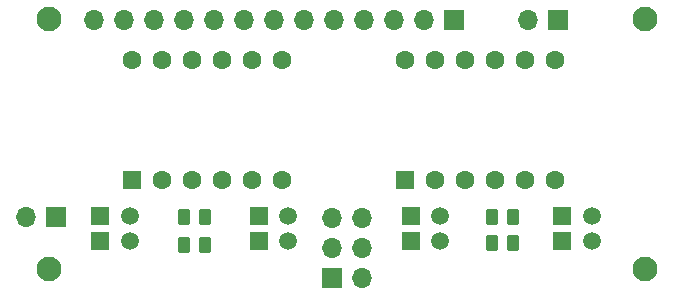
<source format=gbr>
%TF.GenerationSoftware,KiCad,Pcbnew,9.0.0*%
%TF.CreationDate,2025-05-14T14:17:17+02:00*%
%TF.ProjectId,Fluke_8050a_TM1637_Display_PCB,466c756b-655f-4383-9035-30615f544d31,rev?*%
%TF.SameCoordinates,Original*%
%TF.FileFunction,Soldermask,Top*%
%TF.FilePolarity,Negative*%
%FSLAX46Y46*%
G04 Gerber Fmt 4.6, Leading zero omitted, Abs format (unit mm)*
G04 Created by KiCad (PCBNEW 9.0.0) date 2025-05-14 14:17:17*
%MOMM*%
%LPD*%
G01*
G04 APERTURE LIST*
G04 Aperture macros list*
%AMRoundRect*
0 Rectangle with rounded corners*
0 $1 Rounding radius*
0 $2 $3 $4 $5 $6 $7 $8 $9 X,Y pos of 4 corners*
0 Add a 4 corners polygon primitive as box body*
4,1,4,$2,$3,$4,$5,$6,$7,$8,$9,$2,$3,0*
0 Add four circle primitives for the rounded corners*
1,1,$1+$1,$2,$3*
1,1,$1+$1,$4,$5*
1,1,$1+$1,$6,$7*
1,1,$1+$1,$8,$9*
0 Add four rect primitives between the rounded corners*
20,1,$1+$1,$2,$3,$4,$5,0*
20,1,$1+$1,$4,$5,$6,$7,0*
20,1,$1+$1,$6,$7,$8,$9,0*
20,1,$1+$1,$8,$9,$2,$3,0*%
G04 Aperture macros list end*
%ADD10RoundRect,0.250000X-0.262500X-0.450000X0.262500X-0.450000X0.262500X0.450000X-0.262500X0.450000X0*%
%ADD11C,2.100000*%
%ADD12R,1.600000X1.600000*%
%ADD13C,1.600000*%
%ADD14R,1.500000X1.500000*%
%ADD15C,1.500000*%
%ADD16R,1.700000X1.700000*%
%ADD17O,1.700000X1.700000*%
G04 APERTURE END LIST*
D10*
%TO.C,R1*%
X158787500Y-59200000D03*
X160612500Y-59200000D03*
%TD*%
D11*
%TO.C,REF\u002A\u002A*%
X197900000Y-63600000D03*
%TD*%
D12*
%TO.C,D2*%
X154400000Y-56060000D03*
D13*
X156940000Y-56060000D03*
X159480000Y-56060000D03*
X162020000Y-56060000D03*
X164560000Y-56060000D03*
X167100000Y-56060000D03*
X167100000Y-45900000D03*
X164560000Y-45900000D03*
X162020000Y-45900000D03*
X159480000Y-45900000D03*
X156940000Y-45900000D03*
X154400000Y-45900000D03*
%TD*%
D14*
%TO.C,D8*%
X165140000Y-61200000D03*
D15*
X167640000Y-61200000D03*
%TD*%
D14*
%TO.C,D10*%
X190840000Y-61200000D03*
D15*
X193340000Y-61200000D03*
%TD*%
D12*
%TO.C,D1*%
X177500000Y-56060000D03*
D13*
X180040000Y-56060000D03*
X182580000Y-56060000D03*
X185120000Y-56060000D03*
X187660000Y-56060000D03*
X190200000Y-56060000D03*
X190200000Y-45900000D03*
X187660000Y-45900000D03*
X185120000Y-45900000D03*
X182580000Y-45900000D03*
X180040000Y-45900000D03*
X177500000Y-45900000D03*
%TD*%
D14*
%TO.C,D7*%
X151740000Y-61200000D03*
D15*
X154240000Y-61200000D03*
%TD*%
D10*
%TO.C,R4*%
X184887500Y-61400000D03*
X186712500Y-61400000D03*
%TD*%
D14*
%TO.C,D3*%
X151740000Y-59100000D03*
D15*
X154240000Y-59100000D03*
%TD*%
D10*
%TO.C,R3*%
X184887500Y-59200000D03*
X186712500Y-59200000D03*
%TD*%
%TO.C,R2*%
X158787500Y-61500000D03*
X160612500Y-61500000D03*
%TD*%
D14*
%TO.C,D9*%
X178040000Y-61200000D03*
D15*
X180540000Y-61200000D03*
%TD*%
D11*
%TO.C,REF\u002A\u002A*%
X147400000Y-42400000D03*
%TD*%
%TO.C,REF\u002A\u002A*%
X197900000Y-42400000D03*
%TD*%
D14*
%TO.C,D6*%
X190840000Y-59100000D03*
D15*
X193340000Y-59100000D03*
%TD*%
D14*
%TO.C,D4*%
X165140000Y-59100000D03*
D15*
X167640000Y-59100000D03*
%TD*%
D14*
%TO.C,D5*%
X178040000Y-59100000D03*
D15*
X180540000Y-59100000D03*
%TD*%
D11*
%TO.C,REF\u002A\u002A*%
X147400000Y-63600000D03*
%TD*%
D16*
%TO.C,J1*%
X171325000Y-64325000D03*
D17*
X173865000Y-64325000D03*
X171325000Y-61785000D03*
X173865000Y-61785000D03*
X171325000Y-59245000D03*
X173865000Y-59245000D03*
%TD*%
D16*
%TO.C,J4*%
X148000000Y-59200000D03*
D17*
X145460000Y-59200000D03*
%TD*%
D16*
%TO.C,J2*%
X181700000Y-42500000D03*
D17*
X179160000Y-42500000D03*
X176620000Y-42500000D03*
X174080000Y-42500000D03*
X171540000Y-42500000D03*
X169000000Y-42500000D03*
X166460000Y-42500000D03*
X163920000Y-42500000D03*
X161380000Y-42500000D03*
X158840000Y-42500000D03*
X156300000Y-42500000D03*
X153760000Y-42500000D03*
X151220000Y-42500000D03*
%TD*%
D16*
%TO.C,J3*%
X190500000Y-42500000D03*
D17*
X187960000Y-42500000D03*
%TD*%
M02*

</source>
